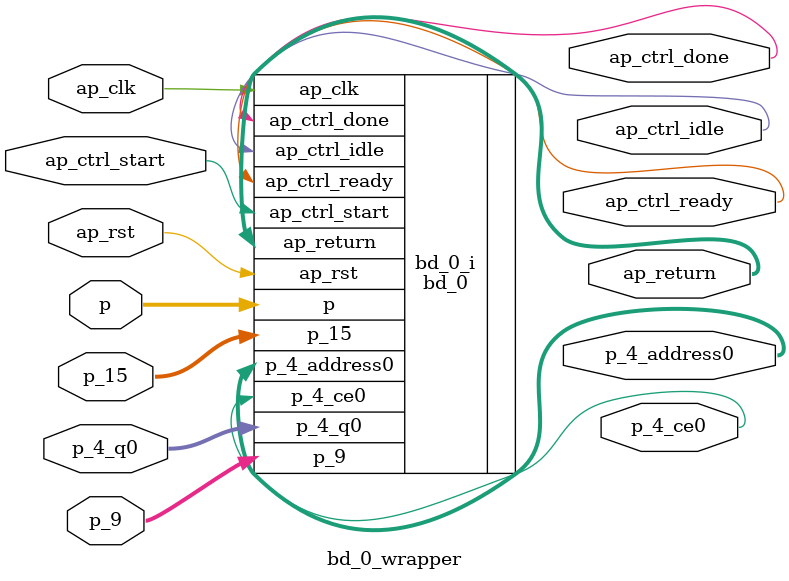
<source format=v>
`timescale 1 ps / 1 ps

module bd_0_wrapper
   (ap_clk,
    ap_ctrl_done,
    ap_ctrl_idle,
    ap_ctrl_ready,
    ap_ctrl_start,
    ap_return,
    ap_rst,
    p,
    p_15,
    p_4_address0,
    p_4_ce0,
    p_4_q0,
    p_9);
  input ap_clk;
  output ap_ctrl_done;
  output ap_ctrl_idle;
  output ap_ctrl_ready;
  input ap_ctrl_start;
  output [63:0]ap_return;
  input ap_rst;
  input [63:0]p;
  input [7:0]p_15;
  output [2:0]p_4_address0;
  output p_4_ce0;
  input [31:0]p_4_q0;
  input [31:0]p_9;

  wire ap_clk;
  wire ap_ctrl_done;
  wire ap_ctrl_idle;
  wire ap_ctrl_ready;
  wire ap_ctrl_start;
  wire [63:0]ap_return;
  wire ap_rst;
  wire [63:0]p;
  wire [7:0]p_15;
  wire [2:0]p_4_address0;
  wire p_4_ce0;
  wire [31:0]p_4_q0;
  wire [31:0]p_9;

  bd_0 bd_0_i
       (.ap_clk(ap_clk),
        .ap_ctrl_done(ap_ctrl_done),
        .ap_ctrl_idle(ap_ctrl_idle),
        .ap_ctrl_ready(ap_ctrl_ready),
        .ap_ctrl_start(ap_ctrl_start),
        .ap_return(ap_return),
        .ap_rst(ap_rst),
        .p(p),
        .p_15(p_15),
        .p_4_address0(p_4_address0),
        .p_4_ce0(p_4_ce0),
        .p_4_q0(p_4_q0),
        .p_9(p_9));
endmodule

</source>
